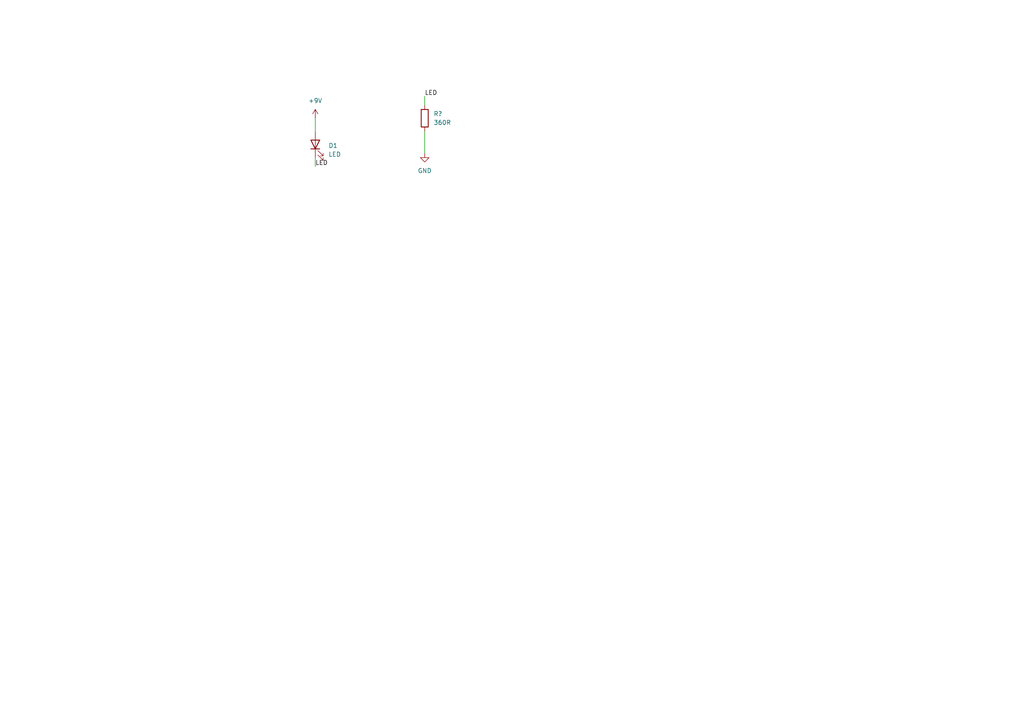
<source format=kicad_sch>
(kicad_sch (version 20211123) (generator eeschema)
  (paper "A4")
  (lib_symbols
    (symbol "Device:LED" (pin_numbers hide) (pin_names (offset 1.016) hide)
      (property "Reference" "D" (at 0 2.54 0))
      (property "Value" "LED" (at 0 -2.54 0))
      (symbol "LED_0_1"
        (polyline (pts (xy -1.27 -1.27) (xy -1.27 1.27)) (stroke (width 0.254)))
        (polyline (pts (xy -1.27 0) (xy 1.27 0)))
        (polyline (pts (xy 1.27 -1.27) (xy 1.27 1.27) (xy -1.27 0) (xy 1.27 -1.27)) (stroke (width 0.254)))
        (polyline (pts (xy -3.048 -0.762) (xy -4.572 -2.286) (xy -3.81 -2.286) (xy -4.572 -2.286) (xy -4.572 -1.524)))
        (polyline (pts (xy -1.778 -0.762) (xy -3.302 -2.286) (xy -2.54 -2.286) (xy -3.302 -2.286) (xy -3.302 -1.524)))
      )
      (symbol "LED_1_1"
        (pin passive line (at -3.81 0 0) (length 2.54) (name "K") (number "1"))
        (pin passive line (at 3.81 0 180) (length 2.54) (name "A") (number "2"))
      )
    )
    (symbol "Device:R" (pin_numbers hide) (pin_names (offset 0))
      (property "Reference" "R" (at 2.032 0 90))
      (property "Value" "R" (at 0 0 90))
      (symbol "R_0_1"
        (rectangle (start -1.016 -2.54) (end 1.016 2.54) (stroke (width 0.254)))
      )
      (symbol "R_1_1"
        (pin passive line (at 0 3.81 270) (length 1.27) (name "~") (number "1"))
        (pin passive line (at 0 -3.81 90) (length 1.27) (name "~") (number "2"))
      )
    )
    (symbol "power:+9V" (power) (pin_names (offset 0))
      (property "Value" "+9V" (at 0 3.556 0))
      (symbol "+9V_0_1"
        (polyline (pts (xy -0.762 1.27) (xy 0 2.54)))
        (polyline (pts (xy 0 0) (xy 0 2.54)))
        (polyline (pts (xy 0 2.54) (xy 0.762 1.27)))
      )
      (symbol "+9V_1_1"
        (pin power_in line (at 0 0 90) (length 0) hide (name "+9V") (number "1"))
      )
    )
    (symbol "power:GND" (power) (pin_names (offset 0))
      (property "Value" "GND" (at 0 -3.81 0))
      (symbol "GND_0_1"
        (polyline (pts (xy 0 0) (xy 0 -1.27) (xy 1.27 -1.27) (xy 0 -2.54) (xy -1.27 -1.27) (xy 0 -1.27)))
      )
      (symbol "GND_1_1"
        (pin power_in line (at 0 0 270) (length 0) hide (name "GND") (number "1"))
      )
    )
  )
  (wire (pts (xy 123.19 38.1) (xy 123.19 44.45)))
  (wire (pts (xy 91.44 34.29) (xy 91.44 38.1)))
  (wire (pts (xy 91.44 45.72) (xy 91.44 48.26)))
  (wire (pts (xy 123.19 27.94) (xy 123.19 30.48)))
  (label "LED" (at 123.19 27.94 0))
  (label "LED" (at 91.44 48.26 0))
  (symbol (lib_id "Device:LED") (at 91.44 41.91 90) (unit 1)
    (property "Reference" "D1" (at 95.25 42.2274 90) (effects (justify right)))
    (property "Value" "LED" (at 95.25 44.7674 90) (effects (justify right)))
  )
  (symbol (lib_id "power:GND") (at 123.19 44.45 0) (unit 1)
    (property "Reference" "#PWR?" (effects hide))
    (property "Value" "GND" (at 123.19 49.53 0))
  )
  (symbol (lib_id "power:+9V") (at 91.44 34.29 0) (unit 1)
    (property "Reference" "#PWR01" (effects hide))
    (property "Value" "+9V" (at 91.44 29.21 0))
  )
  (symbol (lib_id "Device:R") (at 123.19 34.29 0) (unit 1)
    (property "Reference" "R?" (at 125.73 33.0199 0) (effects (justify left)))
    (property "Value" "360R" (at 125.73 35.5599 0) (effects (justify left)))
  )
)
</source>
